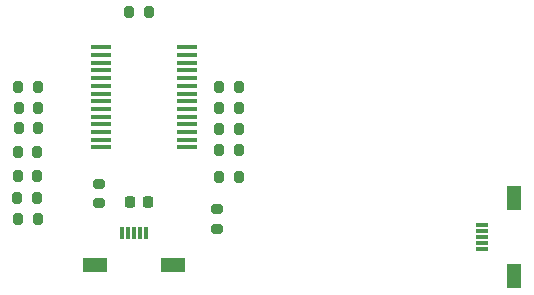
<source format=gbr>
%TF.GenerationSoftware,KiCad,Pcbnew,7.0.10*%
%TF.CreationDate,2024-02-20T20:24:08-05:00*%
%TF.ProjectId,GBoyGcPlus,47426f79-4763-4506-9c75-732e6b696361,rev?*%
%TF.SameCoordinates,Original*%
%TF.FileFunction,Paste,Top*%
%TF.FilePolarity,Positive*%
%FSLAX46Y46*%
G04 Gerber Fmt 4.6, Leading zero omitted, Abs format (unit mm)*
G04 Created by KiCad (PCBNEW 7.0.10) date 2024-02-20 20:24:08*
%MOMM*%
%LPD*%
G01*
G04 APERTURE LIST*
G04 Aperture macros list*
%AMRoundRect*
0 Rectangle with rounded corners*
0 $1 Rounding radius*
0 $2 $3 $4 $5 $6 $7 $8 $9 X,Y pos of 4 corners*
0 Add a 4 corners polygon primitive as box body*
4,1,4,$2,$3,$4,$5,$6,$7,$8,$9,$2,$3,0*
0 Add four circle primitives for the rounded corners*
1,1,$1+$1,$2,$3*
1,1,$1+$1,$4,$5*
1,1,$1+$1,$6,$7*
1,1,$1+$1,$8,$9*
0 Add four rect primitives between the rounded corners*
20,1,$1+$1,$2,$3,$4,$5,0*
20,1,$1+$1,$4,$5,$6,$7,0*
20,1,$1+$1,$6,$7,$8,$9,0*
20,1,$1+$1,$8,$9,$2,$3,0*%
G04 Aperture macros list end*
%ADD10R,1.000000X0.300000*%
%ADD11R,1.300000X2.000000*%
%ADD12R,0.300000X1.000000*%
%ADD13R,2.000000X1.300000*%
%ADD14RoundRect,0.225000X-0.225000X-0.250000X0.225000X-0.250000X0.225000X0.250000X-0.225000X0.250000X0*%
%ADD15R,1.655601X0.431800*%
%ADD16RoundRect,0.200000X-0.200000X-0.275000X0.200000X-0.275000X0.200000X0.275000X-0.200000X0.275000X0*%
%ADD17RoundRect,0.200000X0.275000X-0.200000X0.275000X0.200000X-0.275000X0.200000X-0.275000X-0.200000X0*%
%ADD18RoundRect,0.200000X0.200000X0.275000X-0.200000X0.275000X-0.200000X-0.275000X0.200000X-0.275000X0*%
G04 APERTURE END LIST*
D10*
%TO.C,J3*%
X161126000Y-94472001D03*
X161126000Y-93971999D03*
X161126000Y-93472000D03*
X161126000Y-92972001D03*
X161126000Y-92471999D03*
D11*
X163825999Y-96771998D03*
X163825999Y-90172002D03*
%TD*%
D12*
%TO.C,J4*%
X130650001Y-93130001D03*
X131150003Y-93130001D03*
X131650002Y-93130001D03*
X132150001Y-93130001D03*
X132650003Y-93130001D03*
D13*
X128350004Y-95830000D03*
X134950000Y-95830000D03*
%TD*%
D14*
%TO.C,C1*%
X131340000Y-90500000D03*
X132890000Y-90500000D03*
%TD*%
D15*
%TO.C,U1*%
X136144000Y-77410001D03*
X136144000Y-78060002D03*
X136144000Y-78710001D03*
X136144000Y-79360002D03*
X136144000Y-80010000D03*
X136144000Y-80660002D03*
X136144000Y-81310000D03*
X136144000Y-81960002D03*
X136144000Y-82610000D03*
X136144000Y-83260002D03*
X136144000Y-83910000D03*
X136144000Y-84560001D03*
X136144000Y-85210000D03*
X136144000Y-85860001D03*
X128888398Y-85859999D03*
X128888398Y-85210000D03*
X128888398Y-84559999D03*
X128888398Y-83910000D03*
X128888398Y-83259999D03*
X128888398Y-82610000D03*
X128888398Y-81959999D03*
X128888398Y-81310000D03*
X128888398Y-80660002D03*
X128888398Y-80010000D03*
X128888398Y-79360002D03*
X128888398Y-78710001D03*
X128888398Y-78060002D03*
X128888398Y-77410001D03*
%TD*%
D16*
%TO.C,R1*%
X138875000Y-80772000D03*
X140525000Y-80772000D03*
%TD*%
%TO.C,R12*%
X138875000Y-86106000D03*
X140525000Y-86106000D03*
%TD*%
%TO.C,R14*%
X138875000Y-82550000D03*
X140525000Y-82550000D03*
%TD*%
D17*
%TO.C,R15*%
X128740000Y-90595000D03*
X128740000Y-88945000D03*
%TD*%
D16*
%TO.C,R8*%
X121857000Y-91930000D03*
X123507000Y-91930000D03*
%TD*%
D18*
%TO.C,R9*%
X132905000Y-74422000D03*
X131255000Y-74422000D03*
%TD*%
D16*
%TO.C,R4*%
X121900000Y-84230000D03*
X123550000Y-84230000D03*
%TD*%
%TO.C,R3*%
X121900000Y-82520000D03*
X123550000Y-82520000D03*
%TD*%
%TO.C,R6*%
X121840000Y-88300000D03*
X123490000Y-88300000D03*
%TD*%
D17*
%TO.C,R16*%
X138684000Y-92773000D03*
X138684000Y-91123000D03*
%TD*%
D16*
%TO.C,R7*%
X121795000Y-90150000D03*
X123445000Y-90150000D03*
%TD*%
%TO.C,R13*%
X138875000Y-84328000D03*
X140525000Y-84328000D03*
%TD*%
%TO.C,R11*%
X138875000Y-88392000D03*
X140525000Y-88392000D03*
%TD*%
%TO.C,R5*%
X121810000Y-86290000D03*
X123460000Y-86290000D03*
%TD*%
%TO.C,R2*%
X121857000Y-80772000D03*
X123507000Y-80772000D03*
%TD*%
M02*

</source>
